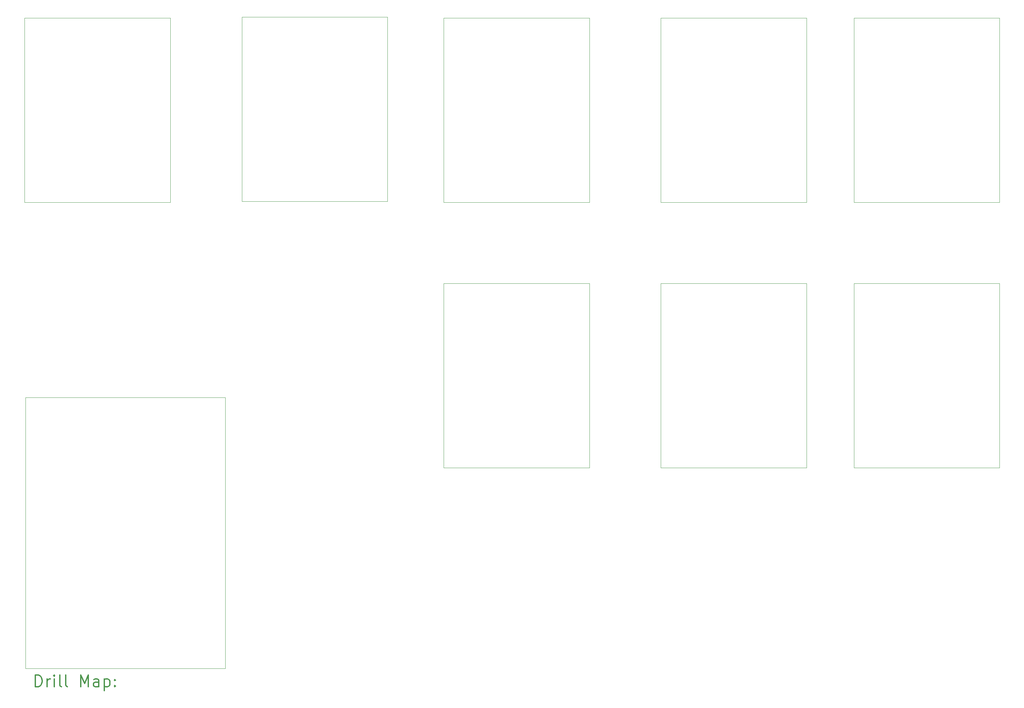
<source format=gbr>
%FSLAX45Y45*%
G04 Gerber Fmt 4.5, Leading zero omitted, Abs format (unit mm)*
G04 Created by KiCad (PCBNEW 5.1.5-1.fc30) date 2021-07-16 22:34:20*
%MOMM*%
%LPD*%
G04 APERTURE LIST*
%TA.AperFunction,Profile*%
%ADD10C,0.100000*%
%TD*%
%ADD11C,0.200000*%
%ADD12C,0.300000*%
G04 APERTURE END LIST*
D10*
X7675000Y-11625000D02*
X7675000Y-18650000D01*
X2500000Y-11625000D02*
X7675000Y-11625000D01*
X2500000Y-18650000D02*
X2500000Y-11625000D01*
X7675000Y-18650000D02*
X2500000Y-18650000D01*
X13325000Y-8675000D02*
X17100000Y-8675000D01*
X17100000Y-8675000D02*
X17100000Y-13450000D01*
X17100000Y-13450000D02*
X13325000Y-13450000D01*
X13325000Y-13450000D02*
X13325000Y-8675000D01*
X18950000Y-8675000D02*
X22725000Y-8675000D01*
X22725000Y-8675000D02*
X22725000Y-13450000D01*
X22725000Y-13450000D02*
X18950000Y-13450000D01*
X18950000Y-13450000D02*
X18950000Y-8675000D01*
X23950000Y-8675000D02*
X27725000Y-8675000D01*
X27725000Y-8675000D02*
X27725000Y-13450000D01*
X27725000Y-13450000D02*
X23950000Y-13450000D01*
X23950000Y-13450000D02*
X23950000Y-8675000D01*
X23950000Y-1800000D02*
X27725000Y-1800000D01*
X27725000Y-1800000D02*
X27725000Y-6575000D01*
X27725000Y-6575000D02*
X23950000Y-6575000D01*
X23950000Y-6575000D02*
X23950000Y-1800000D01*
X18950000Y-1800000D02*
X22725000Y-1800000D01*
X22725000Y-1800000D02*
X22725000Y-6575000D01*
X22725000Y-6575000D02*
X18950000Y-6575000D01*
X18950000Y-6575000D02*
X18950000Y-1800000D01*
X13325000Y-1800000D02*
X17100000Y-1800000D01*
X17100000Y-1800000D02*
X17100000Y-6575000D01*
X17100000Y-6575000D02*
X13325000Y-6575000D01*
X13325000Y-6575000D02*
X13325000Y-1800000D01*
X11875000Y-1775000D02*
X11875000Y-6550000D01*
X11875000Y-6550000D02*
X8100000Y-6550000D01*
X8100000Y-1775000D02*
X11875000Y-1775000D01*
X8100000Y-6550000D02*
X8100000Y-1775000D01*
X6250000Y-1800000D02*
X6250000Y-6575000D01*
X2475000Y-1800000D02*
X6250000Y-1800000D01*
X2475000Y-6575000D02*
X2475000Y-1800000D01*
X6250000Y-6575000D02*
X2475000Y-6575000D01*
D11*
D12*
X2756428Y-19120714D02*
X2756428Y-18820714D01*
X2827857Y-18820714D01*
X2870714Y-18835000D01*
X2899286Y-18863572D01*
X2913571Y-18892143D01*
X2927857Y-18949286D01*
X2927857Y-18992143D01*
X2913571Y-19049286D01*
X2899286Y-19077857D01*
X2870714Y-19106429D01*
X2827857Y-19120714D01*
X2756428Y-19120714D01*
X3056428Y-19120714D02*
X3056428Y-18920714D01*
X3056428Y-18977857D02*
X3070714Y-18949286D01*
X3085000Y-18935000D01*
X3113571Y-18920714D01*
X3142143Y-18920714D01*
X3242143Y-19120714D02*
X3242143Y-18920714D01*
X3242143Y-18820714D02*
X3227857Y-18835000D01*
X3242143Y-18849286D01*
X3256428Y-18835000D01*
X3242143Y-18820714D01*
X3242143Y-18849286D01*
X3427857Y-19120714D02*
X3399286Y-19106429D01*
X3385000Y-19077857D01*
X3385000Y-18820714D01*
X3585000Y-19120714D02*
X3556428Y-19106429D01*
X3542143Y-19077857D01*
X3542143Y-18820714D01*
X3927857Y-19120714D02*
X3927857Y-18820714D01*
X4027857Y-19035000D01*
X4127857Y-18820714D01*
X4127857Y-19120714D01*
X4399286Y-19120714D02*
X4399286Y-18963572D01*
X4385000Y-18935000D01*
X4356428Y-18920714D01*
X4299286Y-18920714D01*
X4270714Y-18935000D01*
X4399286Y-19106429D02*
X4370714Y-19120714D01*
X4299286Y-19120714D01*
X4270714Y-19106429D01*
X4256428Y-19077857D01*
X4256428Y-19049286D01*
X4270714Y-19020714D01*
X4299286Y-19006429D01*
X4370714Y-19006429D01*
X4399286Y-18992143D01*
X4542143Y-18920714D02*
X4542143Y-19220714D01*
X4542143Y-18935000D02*
X4570714Y-18920714D01*
X4627857Y-18920714D01*
X4656428Y-18935000D01*
X4670714Y-18949286D01*
X4685000Y-18977857D01*
X4685000Y-19063572D01*
X4670714Y-19092143D01*
X4656428Y-19106429D01*
X4627857Y-19120714D01*
X4570714Y-19120714D01*
X4542143Y-19106429D01*
X4813571Y-19092143D02*
X4827857Y-19106429D01*
X4813571Y-19120714D01*
X4799286Y-19106429D01*
X4813571Y-19092143D01*
X4813571Y-19120714D01*
X4813571Y-18935000D02*
X4827857Y-18949286D01*
X4813571Y-18963572D01*
X4799286Y-18949286D01*
X4813571Y-18935000D01*
X4813571Y-18963572D01*
M02*

</source>
